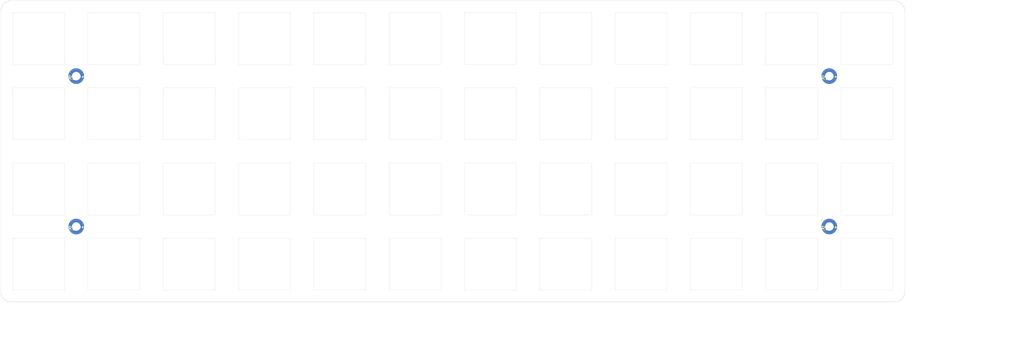
<source format=kicad_pcb>
(kicad_pcb (version 20211014) (generator pcbnew)
  (layers (0 "F.Cu" signal) (31 "B.Cu" signal) (34 "B.Paste" user) (35 "F.Paste" user) (36 "B.SilkS" user "B.Silkscreen") (37 "F.SilkS" user "F.Silkscreen") (38 "B.Mask" user) (39 "F.Mask" user) (44 "Edge.Cuts" user))
  (net 0 "")
  (footprint "kbd:M2_Hole_TH" (layer "F.Cu") (at 251.46 83.82)
    (fp_text reference "REF**" (at 0 0.5) (layer "F.SilkS"))
    (fp_text value "M2_Hole_TH")
    (pad "" thru_hole circle locked (at 0 0) (size 4.2 4.2) (drill 2.3) (layers *.Cu *.Mask))
  )
  (footprint "kbd:M2_Hole_TH" (layer "F.Cu") (at 48.26 83.82)
    (fp_text reference "REF**" (at 0 0.5) (layer "F.SilkS"))
    (fp_text value "M2_Hole_TH")
    (pad "" thru_hole circle locked (at 0 0) (size 4.2 4.2) (drill 2.3) (layers *.Cu *.Mask))
  )
  (footprint "kbd:M2_Hole_TH" (layer "F.Cu") (at 48.26 124.46)
    (fp_text reference "REF**" (at 0 0.5) (layer "F.SilkS"))
    (fp_text value "M2_Hole_TH")
    (pad "" thru_hole circle locked (at 0 0) (size 4.2 4.2) (drill 2.3) (layers *.Cu *.Mask))
  )
  (footprint "kbd:M2_Hole_TH" (layer "F.Cu") (at 251.46 124.46)
    (fp_text reference "REF**" (at 0 0.5) (layer "F.SilkS"))
    (fp_text value "M2_Hole_TH")
    (pad "" thru_hole circle locked (at 0 0) (size 4.2 4.2) (drill 2.3) (layers *.Cu *.Mask))
  )
  (gr_line (start 71.74 127.62) (end 71.74 141.62) (layer "Edge.Cuts") (width 0.05))
  (gr_line (start 146.7 107.3) (end 132.7 107.3) (layer "Edge.Cuts") (width 0.05))
  (gr_line (start 45.1 121.3) (end 45.1 107.3) (layer "Edge.Cuts") (width 0.05))
  (gr_line (start 173.34 66.66) (end 173.34 80.66) (layer "Edge.Cuts") (width 0.05))
  (gr_line (start 65.42 80.66) (end 65.42 66.66) (layer "Edge.Cuts") (width 0.05))
  (gr_arc (start 271.78 142.24) (mid 271.036051 144.036051) (end 269.24 144.78) (layer "Edge.Cuts") (width 0.1))
  (gr_line (start 213.98 86.98) (end 213.98 100.98) (layer "Edge.Cuts") (width 0.05))
  (gr_line (start 193.66 86.97) (end 193.66 100.97) (layer "Edge.Cuts") (width 0.05))
  (gr_line (start 146.7 66.66) (end 132.7 66.66) (layer "Edge.Cuts") (width 0.05))
  (gr_line (start 45.1 107.3) (end 31.1 107.3) (layer "Edge.Cuts") (width 0.05))
  (gr_line (start 85.74 121.3) (end 85.74 107.3) (layer "Edge.Cuts") (width 0.05))
  (gr_line (start 269.24 63.5) (end 30.48 63.5) (layer "Edge.Cuts") (width 0.05))
  (gr_line (start 92.06 86.98) (end 92.06 100.98) (layer "Edge.Cuts") (width 0.05))
  (gr_line (start 31.1 100.98) (end 45.1 100.98) (layer "Edge.Cuts") (width 0.05))
  (gr_line (start 92.06 121.3) (end 106.06 121.3) (layer "Edge.Cuts") (width 0.05))
  (gr_line (start 268.62 80.66) (end 268.62 66.66) (layer "Edge.Cuts") (width 0.05))
  (gr_line (start 254.62 121.3) (end 268.62 121.3) (layer "Edge.Cuts") (width 0.05))
  (gr_line (start 65.42 107.3) (end 51.42 107.3) (layer "Edge.Cuts") (width 0.05))
  (gr_line (start 248.3 121.3) (end 248.3 107.3) (layer "Edge.Cuts") (width 0.05))
  (gr_line (start 234.3 141.62) (end 248.3 141.62) (layer "Edge.Cuts") (width 0.05))
  (gr_line (start 254.62 66.66) (end 254.62 80.66) (layer "Edge.Cuts") (width 0.05))
  (gr_line (start 193.66 127.61) (end 193.66 141.61) (layer "Edge.Cuts") (width 0.05))
  (gr_line (start 167.02 100.98) (end 167.02 86.98) (layer "Edge.Cuts") (width 0.05))
  (gr_line (start 269.24 144.78) (end 30.48 144.78) (layer "Edge.Cuts") (width 0.1))
  (gr_line (start 126.38 86.98) (end 112.38 86.98) (layer "Edge.Cuts") (width 0.05))
  (gr_line (start 254.62 80.66) (end 268.62 80.66) (layer "Edge.Cuts") (width 0.05))
  (gr_line (start 51.42 86.98) (end 51.42 100.98) (layer "Edge.Cuts") (width 0.05))
  (gr_line (start 254.62 107.3) (end 254.62 121.3) (layer "Edge.Cuts") (width 0.05))
  (gr_line (start 45.1 66.66) (end 31.1 66.66) (layer "Edge.Cuts") (width 0.05))
  (gr_line (start 193.66 107.29) (end 193.66 121.29) (layer "Edge.Cuts") (width 0.05))
  (gr_line (start 85.74 141.62) (end 85.74 127.62) (layer "Edge.Cuts") (width 0.05))
  (gr_line (start 153.02 80.66) (end 167.02 80.66) (layer "Edge.Cuts") (width 0.05))
  (gr_line (start 31.1 127.62) (end 31.1 141.62) (layer "Edge.Cuts") (width 0.05))
  (gr_line (start 92.06 107.3) (end 92.06 121.3) (layer "Edge.Cuts") (width 0.05))
  (gr_line (start 112.38 100.98) (end 126.38 100.98) (layer "Edge.Cuts") (width 0.05))
  (gr_line (start 92.06 141.62) (end 106.06 141.62) (layer "Edge.Cuts") (width 0.05))
  (gr_line (start 153.02 86.98) (end 153.02 100.98) (layer "Edge.Cuts") (width 0.05))
  (gr_line (start 85.74 86.98) (end 71.74 86.98) (layer "Edge.Cuts") (width 0.05))
  (gr_line (start 173.34 121.3) (end 187.34 121.3) (layer "Edge.Cuts") (width 0.05))
  (gr_line (start 92.06 66.66) (end 92.06 80.66) (layer "Edge.Cuts") (width 0.05))
  (gr_line (start 248.3 80.66) (end 248.3 66.66) (layer "Edge.Cuts") (width 0.05))
  (gr_line (start 268.62 141.62) (end 268.62 127.62) (layer "Edge.Cuts") (width 0.05))
  (gr_line (start 85.74 66.66) (end 71.74 66.66) (layer "Edge.Cuts") (width 0.05))
  (gr_line (start 248.3 127.62) (end 234.3 127.62) (layer "Edge.Cuts") (width 0.05))
  (gr_line (start 132.7 66.66) (end 132.7 80.66) (layer "Edge.Cuts") (width 0.05))
  (gr_line (start 173.34 107.3) (end 173.34 121.3) (layer "Edge.Cuts") (width 0.05))
  (gr_line (start 126.38 127.62) (end 112.38 127.62) (layer "Edge.Cuts") (width 0.05))
  (gr_line (start 167.02 127.62) (end 153.02 127.62) (layer "Edge.Cuts") (width 0.05))
  (gr_line (start 27.94 66.04) (end 27.94 142.24) (layer "Edge.Cuts") (width 0.05))
  (gr_line (start 227.98 141.62) (end 227.98 127.62) (layer "Edge.Cuts") (width 0.05))
  (gr_line (start 213.98 66.66) (end 213.98 80.66) (layer "Edge.Cuts") (width 0.05))
  (gr_line (start 268.62 86.98) (end 254.62 86.98) (layer "Edge.Cuts") (width 0.05))
  (gr_line (start 71.74 80.66) (end 85.74 80.66) (layer "Edge.Cuts") (width 0.05))
  (gr_line (start 187.34 66.66) (end 173.34 66.66) (layer "Edge.Cuts") (width 0.05))
  (gr_line (start 106.06 107.3) (end 92.06 107.3) (layer "Edge.Cuts") (width 0.05))
  (gr_line (start 112.38 80.66) (end 126.38 80.66) (layer "Edge.Cuts") (width 0.05))
  (gr_line (start 45.1 100.98) (end 45.1 86.98) (layer "Edge.Cuts") (width 0.05))
  (gr_line (start 146.7 141.62) (end 146.7 127.62) (layer "Edge.Cuts") (width 0.05))
  (gr_line (start 65.42 66.66) (end 51.42 66.66) (layer "Edge.Cuts") (width 0.05))
  (gr_line (start 254.62 127.62) (end 254.62 141.62) (layer "Edge.Cuts") (width 0.05))
  (gr_line (start 106.06 141.62) (end 106.06 127.62) (layer "Edge.Cuts") (width 0.05))
  (gr_line (start 193.66 66.65) (end 193.66 80.65) (layer "Edge.Cuts") (width 0.05))
  (gr_line (start 132.7 127.62) (end 132.7 141.62) (layer "Edge.Cuts") (width 0.05))
  (gr_line (start 71.74 86.98) (end 71.74 100.98) (layer "Edge.Cuts") (width 0.05))
  (gr_line (start 153.02 107.3) (end 153.02 121.3) (layer "Edge.Cuts") (width 0.05))
  (gr_line (start 234.3 121.3) (end 248.3 121.3) (layer "Edge.Cuts") (width 0.05))
  (gr_line (start 213.98 80.66) (end 227.98 80.66) (layer "Edge.Cuts") (width 0.05))
  (gr_line (start 112.38 86.98) (end 112.38 100.98) (layer "Edge.Cuts") (width 0.05))
  (gr_line (start 126.38 107.3) (end 112.38 107.3) (layer "Edge.Cuts") (width 0.05))
  (gr_line (start 51.42 121.3) (end 65.42 121.3) (layer "Edge.Cuts") (width 0.05))
  (gr_line (start 187.34 100.98) (end 187.34 86.98) (layer "Edge.Cuts") (width 0.05))
  (gr_line (start 268.62 100.98) (end 268.62 86.98) (layer "Edge.Cuts") (width 0.05))
  (gr_line (start 193.66 80.65) (end 207.66 80.65) (layer "Edge.Cuts") (width 0.05))
  (gr_line (start 153.02 66.66) (end 153.02 80.66) (layer "Edge.Cuts") (width 0.05))
  (gr_line (start 146.7 100.98) (end 146.7 86.98) (layer "Edge.Cuts") (width 0.05))
  (gr_line (start 126.38 121.3) (end 126.38 107.3) (layer "Edge.Cuts") (width 0.05))
  (gr_line (start 193.66 100.97) (end 207.66 100.97) (layer "Edge.Cuts") (width 0.05))
  (gr_line (start 227.98 127.62) (end 213.98 127.62) (layer "Edge.Cuts") (width 0.05))
  (gr_line (start 173.34 141.62) (end 187.34 141.62) (layer "Edge.Cuts") (width 0.05))
  (gr_line (start 85.74 107.3) (end 71.74 107.3) (layer "Edge.Cuts") (width 0.05))
  (gr_line (start 234.3 86.98) (end 234.3 100.98) (layer "Edge.Cuts") (width 0.05))
  (gr_line (start 213.98 127.62) (end 213.98 141.62) (layer "Edge.Cuts") (width 0.05))
  (gr_line (start 31.1 66.66) (end 31.1 80.66) (layer "Edge.Cuts") (width 0.05))
  (gr_line (start 193.66 121.29) (end 207.66 121.29) (layer "Edge.Cuts") (width 0.05))
  (gr_line (start 112.38 141.62) (end 126.38 141.62) (layer "Edge.Cuts") (width 0.05))
  (gr_line (start 207.66 100.97) (end 207.66 86.97) (layer "Edge.Cuts") (width 0.05))
  (gr_arc (start 27.94 66.04) (mid 28.683949 64.243949) (end 30.48 63.5) (layer "Edge.Cuts") (width 0.1))
  (gr_line (start 71.74 66.66) (end 71.74 80.66) (layer "Edge.Cuts") (width 0.05))
  (gr_line (start 71.74 121.3) (end 85.74 121.3) (layer "Edge.Cuts") (width 0.05))
  (gr_line (start 153.02 100.98) (end 167.02 100.98) (layer "Edge.Cuts") (width 0.05))
  (gr_line (start 234.3 80.66) (end 248.3 80.66) (layer "Edge.Cuts") (width 0.05))
  (gr_line (start 92.06 100.98) (end 106.06 100.98) (layer "Edge.Cuts") (width 0.05))
  (gr_line (start 173.34 86.98) (end 173.34 100.98) (layer "Edge.Cuts") (width 0.05))
  (gr_line (start 187.34 107.3) (end 173.34 107.3) (layer "Edge.Cuts") (width 0.05))
  (gr_line (start 45.1 80.66) (end 45.1 66.66) (layer "Edge.Cuts") (width 0.05))
  (gr_arc (start 30.48 144.78) (mid 28.683949 144.036051) (end 27.94 142.24) (layer "Edge.Cuts") (width 0.1))
  (gr_line (start 132.7 121.3) (end 146.7 121.3) (layer "Edge.Cuts") (width 0.05))
  (gr_line (start 85.74 80.66) (end 85.74 66.66) (layer "Edge.Cuts") (width 0.05))
  (gr_line (start 45.1 127.62) (end 31.1 127.62) (layer "Edge.Cuts") (width 0.05))
  (gr_line (start 248.3 66.66) (end 234.3 66.66) (layer "Edge.Cuts") (width 0.05))
  (gr_line (start 106.06 121.3) (end 106.06 107.3) (layer "Edge.Cuts") (width 0.05))
  (gr_line (start 92.06 80.66) (end 106.06 80.66) (layer "Edge.Cuts") (width 0.05))
  (gr_line (start 173.34 80.66) (end 187.34 80.66) (layer "Edge.Cuts") (width 0.05))
  (gr_line (start 112.38 66.66) (end 112.38 80.66) (layer "Edge.Cuts") (width 0.05))
  (gr_line (start 106.06 80.66) (end 106.06 66.66) (layer "Edge.Cuts") (width 0.05))
  (gr_line (start 213.98 100.98) (end 227.98 100.98) (layer "Edge.Cuts") (width 0.05))
  (gr_line (start 227.98 86.98) (end 213.98 86.98) (layer "Edge.Cuts") (width 0.05))
  (gr_line (start 31.1 107.3) (end 31.1 121.3) (layer "Edge.Cuts") (width 0.05))
  (gr_line (start 248.3 141.62) (end 248.3 127.62) (layer "Edge.Cuts") (width 0.05))
  (gr_line (start 31.1 80.66) (end 45.1 80.66) (layer "Edge.Cuts") (width 0.05))
  (gr_line (start 71.74 100.98) (end 85.74 100.98) (layer "Edge.Cuts") (width 0.05))
  (gr_line (start 167.02 86.98) (end 153.02 86.98) (layer "Edge.Cuts") (width 0.05))
  (gr_line (start 254.62 86.98) (end 254.62 100.98) (layer "Edge.Cuts") (width 0.05))
  (gr_line (start 31.1 121.3) (end 45.1 121.3) (layer "Edge.Cuts") (width 0.05))
  (gr_line (start 146.7 121.3) (end 146.7 107.3) (layer "Edge.Cuts") (width 0.05))
  (gr_line (start 106.06 66.66) (end 92.06 66.66) (layer "Edge.Cuts") (width 0.05))
  (gr_line (start 126.38 141.62) (end 126.38 127.62) (layer "Edge.Cuts") (width 0.05))
  (gr_line (start 167.02 141.62) (end 167.02 127.62) (layer "Edge.Cuts") (width 0.05))
  (gr_line (start 227.98 80.66) (end 227.98 66.66) (layer "Edge.Cuts") (width 0.05))
  (gr_line (start 126.38 66.66) (end 112.38 66.66) (layer "Edge.Cuts") (width 0.05))
  (gr_line (start 234.3 66.66) (end 234.3 80.66) (layer "Edge.Cuts") (width 0.05))
  (gr_line (start 187.34 86.98) (end 173.34 86.98) (layer "Edge.Cuts") (width 0.05))
  (gr_line (start 65.42 127.62) (end 51.42 127.62) (layer "Edge.Cuts") (width 0.05))
  (gr_line (start 268.62 127.62) (end 254.62 127.62) (layer "Edge.Cuts") (width 0.05))
  (gr_line (start 173.34 127.62) (end 173.34 141.62) (layer "Edge.Cuts") (width 0.05))
  (gr_line (start 187.34 121.3) (end 187.34 107.3) (layer "Edge.Cuts") (width 0.05))
  (gr_line (start 71.74 107.3) (end 71.74 121.3) (layer "Edge.Cuts") (width 0.05))
  (gr_line (start 268.62 121.3) (end 268.62 107.3) (layer "Edge.Cuts") (width 0.05))
  (gr_line (start 85.74 100.98) (end 85.74 86.98) (layer "Edge.Cuts") (width 0.05))
  (gr_line (start 207.66 80.65) (end 207.66 66.65) (layer "Edge.Cuts") (width 0.05))
  (gr_line (start 207.66 66.65) (end 193.66 66.65) (layer "Edge.Cuts") (width 0.05))
  (gr_line (start 65.42 121.3) (end 65.42 107.3) (layer "Edge.Cuts") (width 0.05))
  (gr_line (start 271.78 66.04) (end 271.78 142.24) (layer "Edge.Cuts") (width 0.05))
  (gr_line (start 187.34 80.66) (end 187.34 66.66) (layer "Edge.Cuts") (width 0.05))
  (gr_line (start 51.42 100.98) (end 65.42 100.98) (layer "Edge.Cuts") (width 0.05))
  (gr_line (start 248.3 86.98) (end 234.3 86.98) (layer "Edge.Cuts") (width 0.05))
  (gr_line (start 248.3 100.98) (end 248.3 86.98) (layer "Edge.Cuts") (width 0.05))
  (gr_line (start 31.1 86.98) (end 31.1 100.98) (layer "Edge.Cuts") (width 0.05))
  (gr_line (start 207.66 86.97) (end 193.66 86.97) (layer "Edge.Cuts") (width 0.05))
  (gr_line (start 207.66 107.29) (end 193.66 107.29) (layer "Edge.Cuts") (width 0.05))
  (gr_line (start 153.02 121.3) (end 167.02 121.3) (layer "Edge.Cuts") (width 0.05))
  (gr_line (start 126.38 100.98) (end 126.38 86.98) (layer "Edge.Cuts") (width 0.05))
  (gr_line (start 234.3 107.3) (end 234.3 121.3) (layer "Edge.Cuts") (width 0.05))
  (gr_line (start 45.1 86.98) (end 31.1 86.98) (layer "Edge.Cuts") (width 0.05))
  (gr_line (start 268.62 66.66) (end 254.62 66.66) (layer "Edge.Cuts") (width 0.05))
  (gr_line (start 227.98 121.3) (end 227.98 107.3) (layer "Edge.Cuts") (width 0.05))
  (gr_line (start 112.38 127.62) (end 112.38 141.62) (layer "Edge.Cuts") (width 0.05))
  (gr_line (start 112.38 107.3) (end 112.38 121.3) (layer "Edge.Cuts") (width 0.05))
  (gr_line (start 234.3 127.62) (end 234.3 141.62) (layer "Edge.Cuts") (width 0.05))
  (gr_line (start 92.06 127.62) (end 92.06 141.62) (layer "Edge.Cuts") (width 0.05))
  (gr_line (start 193.66 141.61) (end 207.66 141.61) (layer "Edge.Cuts") (width 0.05))
  (gr_line (start 227.98 100.98) (end 227.98 86.98) (layer "Edge.Cuts") (width 0.05))
  (gr_line (start 31.1 141.62) (end 45.1 141.62) (layer "Edge.Cuts") (width 0.05))
  (gr_line (start 112.38 121.3) (end 126.38 121.3) (layer "Edge.Cuts") (width 0.05))
  (gr_line (start 167.02 80.66) (end 167.02 66.66) (layer "Edge.Cuts") (width 0.05))
  (gr_line (start 71.74 141.62) (end 85.74 141.62) (layer "Edge.Cuts") (width 0.05))
  (gr_line (start 65.42 141.62) (end 65.42 127.62) (layer "Edge.Cuts") (width 0.05))
  (gr_line (start 65.42 86.98) (end 51.42 86.98) (layer "Edge.Cuts") (width 0.05))
  (gr_line (start 167.02 107.3) (end 153.02 107.3) (layer "Edge.Cuts") (width 0.05))
  (gr_arc (start 269.24 63.5) (mid 271.036051 64.243949) (end 271.78 66.04) (layer "Edge.Cuts") (width 0.1))
  (gr_line (start 65.42 100.98) (end 65.42 86.98) (layer "Edge.Cuts") (width 0.05))
  (gr_line (start 45.1 141.62) (end 45.1 127.62) (layer "Edge.Cuts") (width 0.05))
  (gr_line (start 51.42 80.66) (end 65.42 80.66) (layer "Edge.Cuts") (width 0.05))
  (gr_line (start 227.98 66.66) (end 213.98 66.66) (layer "Edge.Cuts") (width 0.05))
  (gr_line (start 106.06 127.62) (end 92.06 127.62) (layer "Edge.Cuts") (width 0.05))
  (gr_line (start 126.38 80.66) (end 126.38 66.66) (layer "Edge.Cuts") (width 0.05))
  (gr_line (start 207.66 141.61) (end 207.66 127.61) (layer "Edge.Cuts") (width 0.05))
  (gr_line (start 187.34 127.62) (end 173.34 127.62) (layer "Edge.Cuts") (width 0.05))
  (gr_line (start 187.34 141.62) (end 187.34 127.62) (layer "Edge.Cuts") (width 0.05))
  (gr_line (start 254.62 100.98) (end 268.62 100.98) (layer "Edge.Cuts") (width 0.05))
  (gr_line (start 51.42 107.3) (end 51.42 121.3) (layer "Edge.Cuts") (width 0.05))
  (gr_line (start 213.98 121.3) (end 227.98 121.3) (layer "Edge.Cuts") (width 0.05))
  (gr_line (start 85.74 127.62) (end 71.74 127.62) (layer "Edge.Cuts") (width 0.05))
  (gr_line (start 248.3 107.3) (end 234.3 107.3) (layer "Edge.Cuts") (width 0.05))
  (gr_line (start 167.02 121.3) (end 167.02 107.3) (layer "Edge.Cuts") (width 0.05))
  (gr_line (start 153.02 127.62) (end 153.02 141.62) (layer "Edge.Cuts") (width 0.05))
  (gr_line (start 51.42 141.62) (end 65.42 141.62) (layer "Edge.Cuts") (width 0.05))
  (gr_line (start 106.06 100.98) (end 106.06 86.98) (layer "Edge.Cuts") (width 0.05))
  (gr_line (start 146.7 86.98) (end 132.7 86.98) (layer "Edge.Cuts") (width 0.05))
  (gr_line (start 51.42 127.62) (end 51.42 141.62) (layer "Edge.Cuts") (width 0.05))
  (gr_line (start 207.66 127.61) (end 193.66 127.61) (layer "Edge.Cuts") (width 0.05))
  (gr_line (start 268.62 107.3) (end 254.62 107.3) (layer "Edge.Cuts") (width 0.05))
  (gr_line (start 173.34 100.98) (end 187.34 100.98) (layer "Edge.Cuts") (width 0.05))
  (gr_line (start 254.62 141.62) (end 268.62 141.62) (layer "Edge.Cuts") (width 0.05))
  (gr_line (start 132.7 141.62) (end 146.7 141.62) (layer "Edge.Cuts") (width 0.05))
  (gr_line (start 132.7 80.66) (end 146.7 80.66) (layer "Edge.Cuts") (width 0.05))
  (gr_line (start 227.98 107.3) (end 213.98 107.3) (layer "Edge.Cuts") (width 0.05))
  (gr_line (start 132.7 100.98) (end 146.7 100.98) (layer "Edge.Cuts") (width 0.05))
  (gr_line (start 146.7 80.66) (end 146.7 66.66) (layer "Edge.Cuts") (width 0.05))
  (gr_line (start 106.06 86.98) (end 92.06 86.98) (layer "Edge.Cuts") (width 0.05))
  (gr_line (start 153.02 141.62) (end 167.02 141.62) (layer "Edge.Cuts") (width 0.05))
  (gr_line (start 213.98 107.3) (end 213.98 121.3) (layer "Edge.Cuts") (width 0.05))
  (gr_line (start 132.7 107.3) (end 132.7 121.3) (layer "Edge.Cuts") (width 0.05))
  (gr_line (start 167.02 66.66) (end 153.02 66.66) (layer "Edge.Cuts") (width 0.05))
  (gr_line (start 132.7 86.98) (end 132.7 100.98) (layer "Edge.Cuts") (width 0.05))
  (gr_line (start 51.42 66.66) (end 51.42 80.66) (layer "Edge.Cuts") (width 0.05))
  (gr_line (start 234.3 100.98) (end 248.3 100.98) (layer "Edge.Cuts") (width 0.05))
  (gr_line (start 207.66 121.29) (end 207.66 107.29) (layer "Edge.Cuts") (width 0.05))
  (gr_line (start 146.7 127.62) (end 132.7 127.62) (layer "Edge.Cuts") (width 0.05))
  (gr_line (start 213.98 141.62) (end 227.98 141.62) (layer "Edge.Cuts") (width 0.05))
)
</source>
